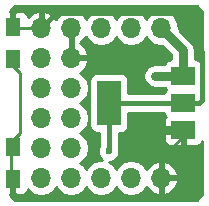
<source format=gtl>
G04 #@! TF.FileFunction,Copper,L1,Top,Signal*
%FSLAX46Y46*%
G04 Gerber Fmt 4.6, Leading zero omitted, Abs format (unit mm)*
G04 Created by KiCad (PCBNEW 4.0.7) date 2018 April 02, Monday 02:54:30*
%MOMM*%
%LPD*%
G01*
G04 APERTURE LIST*
%ADD10C,0.100000*%
%ADD11R,2.000000X3.800000*%
%ADD12R,2.000000X1.500000*%
%ADD13O,1.700000X1.700000*%
%ADD14R,1.300000X1.500000*%
%ADD15C,0.600000*%
%ADD16C,0.750000*%
%ADD17C,0.250000*%
%ADD18C,0.400000*%
%ADD19C,0.254000*%
G04 APERTURE END LIST*
D10*
D11*
X169570000Y-114300000D03*
D12*
X175870000Y-114300000D03*
X175870000Y-112000000D03*
X175870000Y-116600000D03*
D13*
X163830000Y-120650000D03*
X166370000Y-120650000D03*
X168910000Y-120650000D03*
X171450000Y-120650000D03*
X173990000Y-120650000D03*
X163830000Y-107950000D03*
X166370000Y-107950000D03*
X168910000Y-107950000D03*
X171450000Y-107950000D03*
X173990000Y-107950000D03*
X166370000Y-110490000D03*
X163830000Y-110490000D03*
X166370000Y-113030000D03*
X163830000Y-113030000D03*
X166370000Y-115570000D03*
X163830000Y-115570000D03*
X166370000Y-118110000D03*
X163830000Y-118110000D03*
D14*
X161417000Y-110570000D03*
X161417000Y-107870000D03*
X161417000Y-118030000D03*
X161417000Y-120730000D03*
D15*
X173482000Y-112014000D03*
X169545000Y-110363000D03*
X174752000Y-110363000D03*
X174117000Y-109728000D03*
X173609000Y-110236000D03*
X173101000Y-109728000D03*
X172593000Y-110236000D03*
X172085000Y-109728000D03*
X171577000Y-110236000D03*
X171069000Y-109728000D03*
X170561000Y-110236000D03*
X170561000Y-118364000D03*
X171069000Y-118872000D03*
X171577000Y-118364000D03*
X172085000Y-118872000D03*
X172593000Y-118364000D03*
X173101000Y-118872000D03*
X173609000Y-118364000D03*
X174117000Y-118872000D03*
X174625000Y-118364000D03*
X173482000Y-116586000D03*
X169545000Y-118364000D03*
D16*
X175870000Y-112000000D02*
X175870000Y-109830000D01*
X175870000Y-109830000D02*
X173990000Y-107950000D01*
X175870000Y-112000000D02*
X173496000Y-112000000D01*
X173496000Y-112000000D02*
X173482000Y-112014000D01*
D17*
X175870000Y-112000000D02*
X175500000Y-112000000D01*
X175500000Y-112000000D02*
X175260000Y-111760000D01*
X173970000Y-107970000D02*
X173990000Y-107950000D01*
X173609000Y-110236000D02*
X174117000Y-109728000D01*
X172593000Y-110236000D02*
X173101000Y-109728000D01*
X171577000Y-110236000D02*
X172085000Y-109728000D01*
X170561000Y-110236000D02*
X171069000Y-109728000D01*
X175870000Y-116600000D02*
X175870000Y-117119000D01*
X175870000Y-117119000D02*
X174625000Y-118364000D01*
X171069000Y-118872000D02*
X170561000Y-118364000D01*
X172085000Y-118872000D02*
X171577000Y-118364000D01*
X173101000Y-118872000D02*
X172593000Y-118364000D01*
X174117000Y-118872000D02*
X173609000Y-118364000D01*
D16*
X173496000Y-116600000D02*
X175870000Y-116600000D01*
X173496000Y-116600000D02*
X173482000Y-116586000D01*
D17*
X175870000Y-116600000D02*
X175870000Y-116845000D01*
X173970000Y-120630000D02*
X173990000Y-120650000D01*
D18*
X163830000Y-107950000D02*
X165100000Y-106680000D01*
X165100000Y-106680000D02*
X173609000Y-106680000D01*
X173609000Y-106680000D02*
X175006000Y-106680000D01*
X175006000Y-106680000D02*
X175641000Y-107315000D01*
X177419000Y-110490000D02*
X177419000Y-109982000D01*
X177419000Y-114046000D02*
X177419000Y-110490000D01*
X177165000Y-114300000D02*
X175870000Y-114300000D01*
X177165000Y-114300000D02*
X177419000Y-114046000D01*
X175641000Y-108204000D02*
X175641000Y-107315000D01*
X177419000Y-109982000D02*
X175641000Y-108204000D01*
X169570000Y-114300000D02*
X169570000Y-118339000D01*
X169570000Y-118339000D02*
X169545000Y-118364000D01*
D17*
X170307000Y-115037000D02*
X169570000Y-114300000D01*
X169291000Y-114579000D02*
X169570000Y-114300000D01*
X168783000Y-115087000D02*
X169570000Y-114300000D01*
D18*
X175870000Y-114300000D02*
X169570000Y-114300000D01*
D17*
X169418000Y-114452000D02*
X169570000Y-114300000D01*
X163830000Y-107950000D02*
X161370000Y-107950000D01*
X161370000Y-107950000D02*
X161290000Y-107870000D01*
X163750000Y-110410000D02*
X163830000Y-110490000D01*
X161290000Y-118030000D02*
X161290000Y-117602000D01*
X161290000Y-117602000D02*
X161798000Y-117094000D01*
X161798000Y-117094000D02*
X162052000Y-116840000D01*
X162052000Y-116840000D02*
X162052000Y-111760000D01*
X162052000Y-111760000D02*
X161290000Y-110998000D01*
X161290000Y-110998000D02*
X161290000Y-110570000D01*
X161290000Y-118190000D02*
X161290000Y-120650000D01*
D19*
G36*
X174266838Y-115285317D02*
X174372482Y-115449492D01*
X174331673Y-115490301D01*
X174235000Y-115723690D01*
X174235000Y-116314250D01*
X174393750Y-116473000D01*
X175743000Y-116473000D01*
X175743000Y-116453000D01*
X175997000Y-116453000D01*
X175997000Y-116473000D01*
X176017000Y-116473000D01*
X176017000Y-116727000D01*
X175997000Y-116727000D01*
X175997000Y-117826250D01*
X176155750Y-117985000D01*
X176996309Y-117985000D01*
X177229698Y-117888327D01*
X177408327Y-117709699D01*
X177471000Y-117558393D01*
X177471000Y-122006908D01*
X176997908Y-122480000D01*
X161584092Y-122480000D01*
X161175171Y-122071079D01*
X161290000Y-121956250D01*
X161290000Y-121410000D01*
X161544000Y-121359476D01*
X161544000Y-121956250D01*
X161702750Y-122115000D01*
X162193310Y-122115000D01*
X162426699Y-122018327D01*
X162605327Y-121839698D01*
X162700419Y-121610126D01*
X162779946Y-121729147D01*
X163261715Y-122051054D01*
X163830000Y-122164093D01*
X164398285Y-122051054D01*
X164880054Y-121729147D01*
X165100000Y-121399974D01*
X165319946Y-121729147D01*
X165801715Y-122051054D01*
X166370000Y-122164093D01*
X166938285Y-122051054D01*
X167420054Y-121729147D01*
X167640000Y-121399974D01*
X167859946Y-121729147D01*
X168341715Y-122051054D01*
X168910000Y-122164093D01*
X169478285Y-122051054D01*
X169960054Y-121729147D01*
X170180000Y-121399974D01*
X170399946Y-121729147D01*
X170881715Y-122051054D01*
X171450000Y-122164093D01*
X172018285Y-122051054D01*
X172500054Y-121729147D01*
X172727702Y-121388447D01*
X172794817Y-121531358D01*
X173223076Y-121921645D01*
X173633110Y-122091476D01*
X173863000Y-121970155D01*
X173863000Y-120777000D01*
X174117000Y-120777000D01*
X174117000Y-121970155D01*
X174346890Y-122091476D01*
X174756924Y-121921645D01*
X175185183Y-121531358D01*
X175431486Y-121006892D01*
X175310819Y-120777000D01*
X174117000Y-120777000D01*
X173863000Y-120777000D01*
X173843000Y-120777000D01*
X173843000Y-120523000D01*
X173863000Y-120523000D01*
X173863000Y-119329845D01*
X174117000Y-119329845D01*
X174117000Y-120523000D01*
X175310819Y-120523000D01*
X175431486Y-120293108D01*
X175185183Y-119768642D01*
X174756924Y-119378355D01*
X174346890Y-119208524D01*
X174117000Y-119329845D01*
X173863000Y-119329845D01*
X173633110Y-119208524D01*
X173223076Y-119378355D01*
X172794817Y-119768642D01*
X172727702Y-119911553D01*
X172500054Y-119570853D01*
X172018285Y-119248946D01*
X171450000Y-119135907D01*
X170881715Y-119248946D01*
X170399946Y-119570853D01*
X170180000Y-119900026D01*
X169960054Y-119570853D01*
X169553208Y-119299008D01*
X169730167Y-119299162D01*
X170073943Y-119157117D01*
X170337192Y-118894327D01*
X170479838Y-118550799D01*
X170480162Y-118178833D01*
X170405000Y-117996927D01*
X170405000Y-116885750D01*
X174235000Y-116885750D01*
X174235000Y-117476310D01*
X174331673Y-117709699D01*
X174510302Y-117888327D01*
X174743691Y-117985000D01*
X175584250Y-117985000D01*
X175743000Y-117826250D01*
X175743000Y-116727000D01*
X174393750Y-116727000D01*
X174235000Y-116885750D01*
X170405000Y-116885750D01*
X170405000Y-116847440D01*
X170570000Y-116847440D01*
X170805317Y-116803162D01*
X171021441Y-116664090D01*
X171166431Y-116451890D01*
X171217440Y-116200000D01*
X171217440Y-115135000D01*
X174238554Y-115135000D01*
X174266838Y-115285317D01*
X174266838Y-115285317D01*
G37*
X174266838Y-115285317D02*
X174372482Y-115449492D01*
X174331673Y-115490301D01*
X174235000Y-115723690D01*
X174235000Y-116314250D01*
X174393750Y-116473000D01*
X175743000Y-116473000D01*
X175743000Y-116453000D01*
X175997000Y-116453000D01*
X175997000Y-116473000D01*
X176017000Y-116473000D01*
X176017000Y-116727000D01*
X175997000Y-116727000D01*
X175997000Y-117826250D01*
X176155750Y-117985000D01*
X176996309Y-117985000D01*
X177229698Y-117888327D01*
X177408327Y-117709699D01*
X177471000Y-117558393D01*
X177471000Y-122006908D01*
X176997908Y-122480000D01*
X161584092Y-122480000D01*
X161175171Y-122071079D01*
X161290000Y-121956250D01*
X161290000Y-121410000D01*
X161544000Y-121359476D01*
X161544000Y-121956250D01*
X161702750Y-122115000D01*
X162193310Y-122115000D01*
X162426699Y-122018327D01*
X162605327Y-121839698D01*
X162700419Y-121610126D01*
X162779946Y-121729147D01*
X163261715Y-122051054D01*
X163830000Y-122164093D01*
X164398285Y-122051054D01*
X164880054Y-121729147D01*
X165100000Y-121399974D01*
X165319946Y-121729147D01*
X165801715Y-122051054D01*
X166370000Y-122164093D01*
X166938285Y-122051054D01*
X167420054Y-121729147D01*
X167640000Y-121399974D01*
X167859946Y-121729147D01*
X168341715Y-122051054D01*
X168910000Y-122164093D01*
X169478285Y-122051054D01*
X169960054Y-121729147D01*
X170180000Y-121399974D01*
X170399946Y-121729147D01*
X170881715Y-122051054D01*
X171450000Y-122164093D01*
X172018285Y-122051054D01*
X172500054Y-121729147D01*
X172727702Y-121388447D01*
X172794817Y-121531358D01*
X173223076Y-121921645D01*
X173633110Y-122091476D01*
X173863000Y-121970155D01*
X173863000Y-120777000D01*
X174117000Y-120777000D01*
X174117000Y-121970155D01*
X174346890Y-122091476D01*
X174756924Y-121921645D01*
X175185183Y-121531358D01*
X175431486Y-121006892D01*
X175310819Y-120777000D01*
X174117000Y-120777000D01*
X173863000Y-120777000D01*
X173843000Y-120777000D01*
X173843000Y-120523000D01*
X173863000Y-120523000D01*
X173863000Y-119329845D01*
X174117000Y-119329845D01*
X174117000Y-120523000D01*
X175310819Y-120523000D01*
X175431486Y-120293108D01*
X175185183Y-119768642D01*
X174756924Y-119378355D01*
X174346890Y-119208524D01*
X174117000Y-119329845D01*
X173863000Y-119329845D01*
X173633110Y-119208524D01*
X173223076Y-119378355D01*
X172794817Y-119768642D01*
X172727702Y-119911553D01*
X172500054Y-119570853D01*
X172018285Y-119248946D01*
X171450000Y-119135907D01*
X170881715Y-119248946D01*
X170399946Y-119570853D01*
X170180000Y-119900026D01*
X169960054Y-119570853D01*
X169553208Y-119299008D01*
X169730167Y-119299162D01*
X170073943Y-119157117D01*
X170337192Y-118894327D01*
X170479838Y-118550799D01*
X170480162Y-118178833D01*
X170405000Y-117996927D01*
X170405000Y-116885750D01*
X174235000Y-116885750D01*
X174235000Y-117476310D01*
X174331673Y-117709699D01*
X174510302Y-117888327D01*
X174743691Y-117985000D01*
X175584250Y-117985000D01*
X175743000Y-117826250D01*
X175743000Y-116727000D01*
X174393750Y-116727000D01*
X174235000Y-116885750D01*
X170405000Y-116885750D01*
X170405000Y-116847440D01*
X170570000Y-116847440D01*
X170805317Y-116803162D01*
X171021441Y-116664090D01*
X171166431Y-116451890D01*
X171217440Y-116200000D01*
X171217440Y-115135000D01*
X174238554Y-115135000D01*
X174266838Y-115285317D01*
G36*
X166497000Y-110363000D02*
X167690155Y-110363000D01*
X167811476Y-110133110D01*
X167641645Y-109723076D01*
X167251358Y-109294817D01*
X167114939Y-109230751D01*
X167136924Y-109221645D01*
X167565183Y-108831358D01*
X167632298Y-108688447D01*
X167859946Y-109029147D01*
X168341715Y-109351054D01*
X168910000Y-109464093D01*
X169478285Y-109351054D01*
X169960054Y-109029147D01*
X170180000Y-108699974D01*
X170399946Y-109029147D01*
X170881715Y-109351054D01*
X171450000Y-109464093D01*
X172018285Y-109351054D01*
X172500054Y-109029147D01*
X172720000Y-108699974D01*
X172939946Y-109029147D01*
X173421715Y-109351054D01*
X173990000Y-109464093D01*
X174061513Y-109449868D01*
X174860000Y-110248355D01*
X174860000Y-110604442D01*
X174634683Y-110646838D01*
X174418559Y-110785910D01*
X174279110Y-110990000D01*
X173496000Y-110990000D01*
X173109490Y-111066882D01*
X172781822Y-111285822D01*
X172767822Y-111299822D01*
X172548882Y-111627490D01*
X172472000Y-112014000D01*
X172548882Y-112400510D01*
X172767822Y-112728178D01*
X173095490Y-112947118D01*
X173482000Y-113024000D01*
X173552382Y-113010000D01*
X174282721Y-113010000D01*
X174373759Y-113151477D01*
X174273569Y-113298110D01*
X174239773Y-113465000D01*
X171217440Y-113465000D01*
X171217440Y-112400000D01*
X171173162Y-112164683D01*
X171034090Y-111948559D01*
X170821890Y-111803569D01*
X170570000Y-111752560D01*
X168570000Y-111752560D01*
X168334683Y-111796838D01*
X168118559Y-111935910D01*
X167973569Y-112148110D01*
X167922560Y-112400000D01*
X167922560Y-116200000D01*
X167966838Y-116435317D01*
X168105910Y-116651441D01*
X168318110Y-116796431D01*
X168570000Y-116847440D01*
X168735000Y-116847440D01*
X168735000Y-117876559D01*
X168610162Y-118177201D01*
X168609838Y-118549167D01*
X168751883Y-118892943D01*
X169014673Y-119156192D01*
X169017150Y-119157220D01*
X168910000Y-119135907D01*
X168341715Y-119248946D01*
X167859946Y-119570853D01*
X167640000Y-119900026D01*
X167420054Y-119570853D01*
X167127198Y-119375173D01*
X167449147Y-119160054D01*
X167771054Y-118678285D01*
X167884093Y-118110000D01*
X167771054Y-117541715D01*
X167449147Y-117059946D01*
X167119974Y-116840000D01*
X167449147Y-116620054D01*
X167771054Y-116138285D01*
X167884093Y-115570000D01*
X167771054Y-115001715D01*
X167449147Y-114519946D01*
X167119974Y-114300000D01*
X167449147Y-114080054D01*
X167771054Y-113598285D01*
X167884093Y-113030000D01*
X167771054Y-112461715D01*
X167449147Y-111979946D01*
X167108447Y-111752298D01*
X167251358Y-111685183D01*
X167641645Y-111256924D01*
X167811476Y-110846890D01*
X167690155Y-110617000D01*
X166497000Y-110617000D01*
X166497000Y-110637000D01*
X166243000Y-110637000D01*
X166243000Y-110617000D01*
X166223000Y-110617000D01*
X166223000Y-110363000D01*
X166243000Y-110363000D01*
X166243000Y-108077000D01*
X166497000Y-108077000D01*
X166497000Y-110363000D01*
X166497000Y-110363000D01*
G37*
X166497000Y-110363000D02*
X167690155Y-110363000D01*
X167811476Y-110133110D01*
X167641645Y-109723076D01*
X167251358Y-109294817D01*
X167114939Y-109230751D01*
X167136924Y-109221645D01*
X167565183Y-108831358D01*
X167632298Y-108688447D01*
X167859946Y-109029147D01*
X168341715Y-109351054D01*
X168910000Y-109464093D01*
X169478285Y-109351054D01*
X169960054Y-109029147D01*
X170180000Y-108699974D01*
X170399946Y-109029147D01*
X170881715Y-109351054D01*
X171450000Y-109464093D01*
X172018285Y-109351054D01*
X172500054Y-109029147D01*
X172720000Y-108699974D01*
X172939946Y-109029147D01*
X173421715Y-109351054D01*
X173990000Y-109464093D01*
X174061513Y-109449868D01*
X174860000Y-110248355D01*
X174860000Y-110604442D01*
X174634683Y-110646838D01*
X174418559Y-110785910D01*
X174279110Y-110990000D01*
X173496000Y-110990000D01*
X173109490Y-111066882D01*
X172781822Y-111285822D01*
X172767822Y-111299822D01*
X172548882Y-111627490D01*
X172472000Y-112014000D01*
X172548882Y-112400510D01*
X172767822Y-112728178D01*
X173095490Y-112947118D01*
X173482000Y-113024000D01*
X173552382Y-113010000D01*
X174282721Y-113010000D01*
X174373759Y-113151477D01*
X174273569Y-113298110D01*
X174239773Y-113465000D01*
X171217440Y-113465000D01*
X171217440Y-112400000D01*
X171173162Y-112164683D01*
X171034090Y-111948559D01*
X170821890Y-111803569D01*
X170570000Y-111752560D01*
X168570000Y-111752560D01*
X168334683Y-111796838D01*
X168118559Y-111935910D01*
X167973569Y-112148110D01*
X167922560Y-112400000D01*
X167922560Y-116200000D01*
X167966838Y-116435317D01*
X168105910Y-116651441D01*
X168318110Y-116796431D01*
X168570000Y-116847440D01*
X168735000Y-116847440D01*
X168735000Y-117876559D01*
X168610162Y-118177201D01*
X168609838Y-118549167D01*
X168751883Y-118892943D01*
X169014673Y-119156192D01*
X169017150Y-119157220D01*
X168910000Y-119135907D01*
X168341715Y-119248946D01*
X167859946Y-119570853D01*
X167640000Y-119900026D01*
X167420054Y-119570853D01*
X167127198Y-119375173D01*
X167449147Y-119160054D01*
X167771054Y-118678285D01*
X167884093Y-118110000D01*
X167771054Y-117541715D01*
X167449147Y-117059946D01*
X167119974Y-116840000D01*
X167449147Y-116620054D01*
X167771054Y-116138285D01*
X167884093Y-115570000D01*
X167771054Y-115001715D01*
X167449147Y-114519946D01*
X167119974Y-114300000D01*
X167449147Y-114080054D01*
X167771054Y-113598285D01*
X167884093Y-113030000D01*
X167771054Y-112461715D01*
X167449147Y-111979946D01*
X167108447Y-111752298D01*
X167251358Y-111685183D01*
X167641645Y-111256924D01*
X167811476Y-110846890D01*
X167690155Y-110617000D01*
X166497000Y-110617000D01*
X166497000Y-110637000D01*
X166243000Y-110637000D01*
X166243000Y-110617000D01*
X166223000Y-110617000D01*
X166223000Y-110363000D01*
X166243000Y-110363000D01*
X166243000Y-108077000D01*
X166497000Y-108077000D01*
X166497000Y-110363000D01*
G36*
X177471000Y-106593092D02*
X177471000Y-111011323D01*
X177334090Y-110798559D01*
X177121890Y-110653569D01*
X176880000Y-110604585D01*
X176880000Y-109830000D01*
X176803118Y-109443490D01*
X176803118Y-109443489D01*
X176703778Y-109294817D01*
X176584178Y-109115822D01*
X176584175Y-109115820D01*
X175470429Y-108002073D01*
X175475000Y-107979093D01*
X175475000Y-107920907D01*
X175361961Y-107352622D01*
X175040054Y-106870853D01*
X174558285Y-106548946D01*
X173990000Y-106435907D01*
X173421715Y-106548946D01*
X172939946Y-106870853D01*
X172720000Y-107200026D01*
X172500054Y-106870853D01*
X172018285Y-106548946D01*
X171450000Y-106435907D01*
X170881715Y-106548946D01*
X170399946Y-106870853D01*
X170180000Y-107200026D01*
X169960054Y-106870853D01*
X169478285Y-106548946D01*
X168910000Y-106435907D01*
X168341715Y-106548946D01*
X167859946Y-106870853D01*
X167640000Y-107200026D01*
X167420054Y-106870853D01*
X166938285Y-106548946D01*
X166370000Y-106435907D01*
X165801715Y-106548946D01*
X165319946Y-106870853D01*
X165092298Y-107211553D01*
X165025183Y-107068642D01*
X164596924Y-106678355D01*
X164186890Y-106508524D01*
X163957000Y-106629845D01*
X163957000Y-107315000D01*
X163703000Y-107315000D01*
X163703000Y-106629845D01*
X163473110Y-106508524D01*
X163063076Y-106678355D01*
X162702000Y-107007416D01*
X162702000Y-106993691D01*
X162605327Y-106760302D01*
X162426699Y-106581673D01*
X162193310Y-106485000D01*
X161702750Y-106485000D01*
X161544000Y-106643750D01*
X161544000Y-107315000D01*
X161290000Y-107315000D01*
X161290000Y-106643750D01*
X161175171Y-106528921D01*
X161584092Y-106120000D01*
X176997908Y-106120000D01*
X177471000Y-106593092D01*
X177471000Y-106593092D01*
G37*
X177471000Y-106593092D02*
X177471000Y-111011323D01*
X177334090Y-110798559D01*
X177121890Y-110653569D01*
X176880000Y-110604585D01*
X176880000Y-109830000D01*
X176803118Y-109443490D01*
X176803118Y-109443489D01*
X176703778Y-109294817D01*
X176584178Y-109115822D01*
X176584175Y-109115820D01*
X175470429Y-108002073D01*
X175475000Y-107979093D01*
X175475000Y-107920907D01*
X175361961Y-107352622D01*
X175040054Y-106870853D01*
X174558285Y-106548946D01*
X173990000Y-106435907D01*
X173421715Y-106548946D01*
X172939946Y-106870853D01*
X172720000Y-107200026D01*
X172500054Y-106870853D01*
X172018285Y-106548946D01*
X171450000Y-106435907D01*
X170881715Y-106548946D01*
X170399946Y-106870853D01*
X170180000Y-107200026D01*
X169960054Y-106870853D01*
X169478285Y-106548946D01*
X168910000Y-106435907D01*
X168341715Y-106548946D01*
X167859946Y-106870853D01*
X167640000Y-107200026D01*
X167420054Y-106870853D01*
X166938285Y-106548946D01*
X166370000Y-106435907D01*
X165801715Y-106548946D01*
X165319946Y-106870853D01*
X165092298Y-107211553D01*
X165025183Y-107068642D01*
X164596924Y-106678355D01*
X164186890Y-106508524D01*
X163957000Y-106629845D01*
X163957000Y-107315000D01*
X163703000Y-107315000D01*
X163703000Y-106629845D01*
X163473110Y-106508524D01*
X163063076Y-106678355D01*
X162702000Y-107007416D01*
X162702000Y-106993691D01*
X162605327Y-106760302D01*
X162426699Y-106581673D01*
X162193310Y-106485000D01*
X161702750Y-106485000D01*
X161544000Y-106643750D01*
X161544000Y-107315000D01*
X161290000Y-107315000D01*
X161290000Y-106643750D01*
X161175171Y-106528921D01*
X161584092Y-106120000D01*
X176997908Y-106120000D01*
X177471000Y-106593092D01*
M02*

</source>
